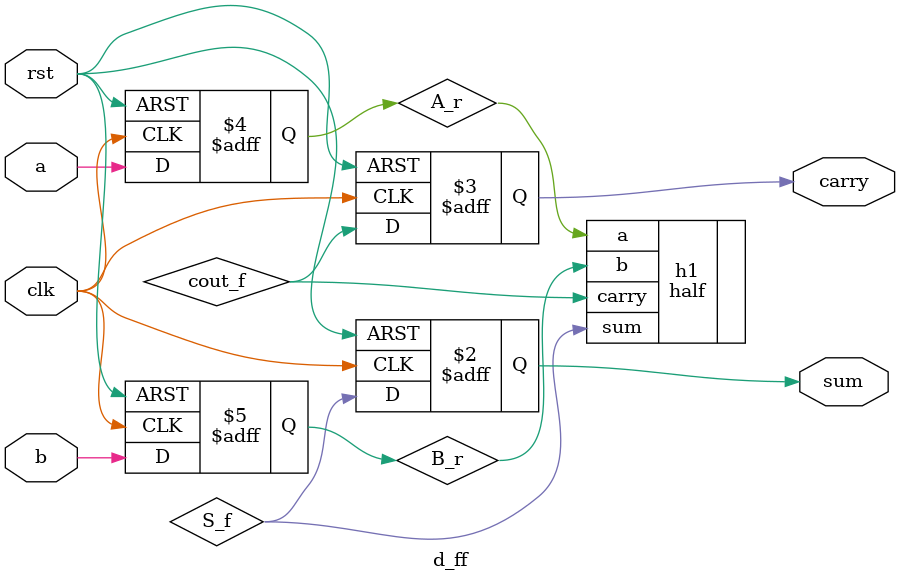
<source format=v>
`timescale 1ns / 1ps


module d_ff(
    input a,
    input b,
    input clk,
    input rst,
    output reg sum,
    output reg carry
    );
    wire S_f,cout_f;
    reg A_r,B_r;
    half h1(.a(A_r),.b(B_r),.sum(S_f),.carry(cout_f));
    
    always @(posedge clk,posedge rst)
     begin
     if(rst)
        begin
          A_r <= 1'b0;
          B_r <= 1'b0;
          sum<=0;
         carry<=0;
        end 
      else
        begin
          A_r <= a;
          B_r <= b;
          sum<=S_f;
          carry<=cout_f;
         end
      end      
endmodule

</source>
